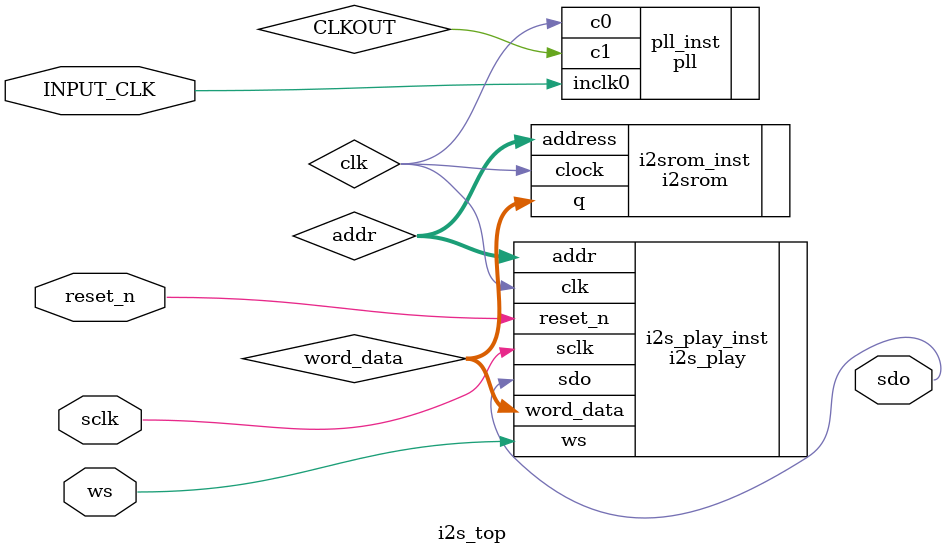
<source format=sv>
/* Jay Cordaro 2021
 * Toplevel for i2s target on Intel MAX10 device
 */
module i2s_top(
		input INPUT_CLK,
		input reset_n,
		input logic sclk,
		input logic ws,
		output logic sdo
		);
		
	logic clk;
	logic [15:0] word_data;
	logic [4:0] addr;
	//logic [31:0] word_data;
	
	pll	pll_inst (
		.inclk0 ( INPUT_CLK ),
		.c0 ( clk ),
		.c1 (CLKOUT)
		);
	
	i2srom	i2srom_inst (
		.address 	(addr),	
		.clock		(clk),
		.q		(word_data)
	);
		
	i2s_play i2s_play_inst(
		.clk 		(clk),
		.sclk		(sclk),
		.reset_n 	(reset_n),
		.addr		(addr),
		.word_data	(word_data),
		.ws		(ws),
		.sdo		(sdo)	
	);
	
endmodule : i2s_top

</source>
